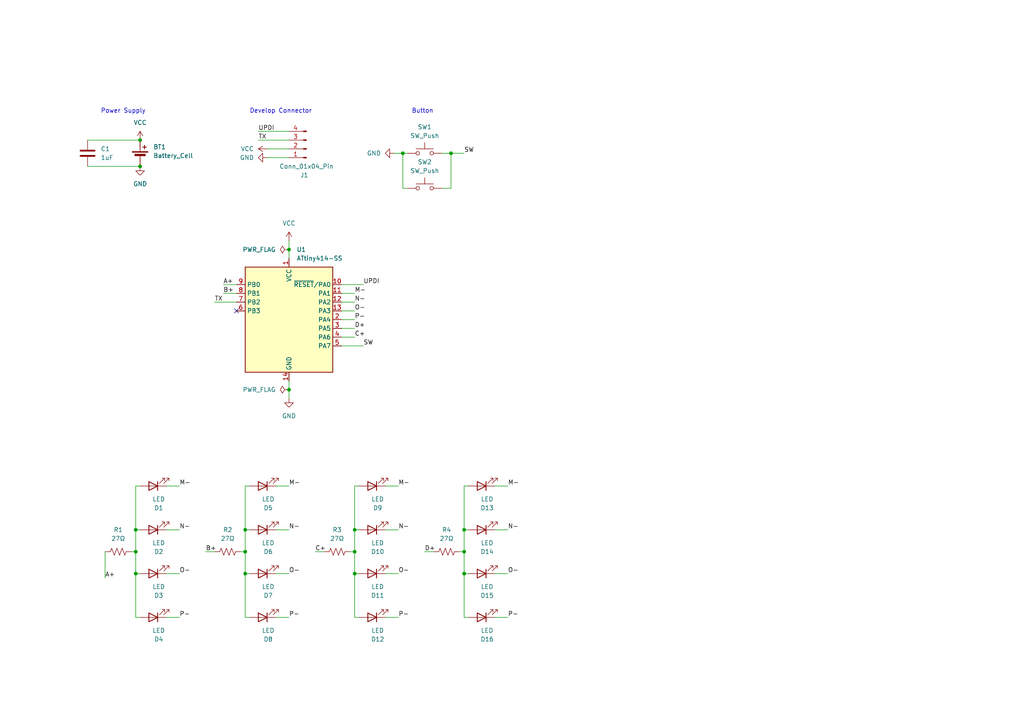
<source format=kicad_sch>
(kicad_sch (version 20230121) (generator eeschema)
  (paper "A4")
  (lib_symbols
    (symbol "Connector:Conn_01x04_Pin" (pin_names (offset 1.016) hide)
      (property "Reference" "J" (at 0 5.08 0))
      (property "Value" "Conn_01x04_Pin" (at 0 -7.62 0))
      (symbol "Conn_01x04_Pin_1_1"
        (polyline (pts (xy 1.27 -5.08) (xy 0.8636 -5.08)) (stroke (width 0.1524)))
        (polyline (pts (xy 1.27 -2.54) (xy 0.8636 -2.54)) (stroke (width 0.1524)))
        (polyline (pts (xy 1.27 0) (xy 0.8636 0)) (stroke (width 0.1524)))
        (polyline (pts (xy 1.27 2.54) (xy 0.8636 2.54)) (stroke (width 0.1524)))
        (rectangle (start 0.8636 -4.953) (end 0 -5.207) (stroke (width 0.1524)) (fill (type outline)))
        (rectangle (start 0.8636 -2.413) (end 0 -2.667) (stroke (width 0.1524)) (fill (type outline)))
        (rectangle (start 0.8636 0.127) (end 0 -0.127) (stroke (width 0.1524)) (fill (type outline)))
        (rectangle (start 0.8636 2.667) (end 0 2.413) (stroke (width 0.1524)) (fill (type outline)))
        (pin passive line (at 5.08 2.54 180) (length 3.81) (name "Pin_1") (number "1"))
        (pin passive line (at 5.08 0 180) (length 3.81) (name "Pin_2") (number "2"))
        (pin passive line (at 5.08 -2.54 180) (length 3.81) (name "Pin_3") (number "3"))
        (pin passive line (at 5.08 -5.08 180) (length 3.81) (name "Pin_4") (number "4"))
      )
    )
    (symbol "Device:Battery_Cell" (pin_numbers hide) (pin_names (offset 0) hide)
      (property "Reference" "BT" (at 2.54 2.54 0))
      (property "Value" "Battery_Cell" (at 2.54 0 0))
      (symbol "Battery_Cell_0_1"
        (rectangle (start -2.286 1.778) (end 2.286 1.524) (fill (type outline)))
        (rectangle (start -1.524 1.016) (end 1.524 0.508) (fill (type outline)))
        (polyline (pts (xy 0 0.762) (xy 0 0)))
        (polyline (pts (xy 0 1.778) (xy 0 2.54)))
        (polyline (pts (xy 0.762 3.048) (xy 1.778 3.048)) (stroke (width 0.254)))
        (polyline (pts (xy 1.27 3.556) (xy 1.27 2.54)) (stroke (width 0.254)))
      )
      (symbol "Battery_Cell_1_1"
        (pin passive line (at 0 5.08 270) (length 2.54) (name "+") (number "1"))
        (pin passive line (at 0 -2.54 90) (length 2.54) (name "-") (number "2"))
      )
    )
    (symbol "Device:C" (pin_numbers hide) (pin_names (offset 0.254))
      (property "Reference" "C" (at 0.635 2.54 0))
      (property "Value" "C" (at 0.635 -2.54 0))
      (symbol "C_0_1"
        (polyline (pts (xy -2.032 -0.762) (xy 2.032 -0.762)) (stroke (width 0.508)))
        (polyline (pts (xy -2.032 0.762) (xy 2.032 0.762)) (stroke (width 0.508)))
      )
      (symbol "C_1_1"
        (pin passive line (at 0 3.81 270) (length 2.794) (name "~") (number "1"))
        (pin passive line (at 0 -3.81 90) (length 2.794) (name "~") (number "2"))
      )
    )
    (symbol "Device:LED" (pin_numbers hide) (pin_names (offset 1.016) hide)
      (property "Reference" "D" (at 0 2.54 0))
      (property "Value" "LED" (at 0 -2.54 0))
      (symbol "LED_0_1"
        (polyline (pts (xy -1.27 -1.27) (xy -1.27 1.27)) (stroke (width 0.254)))
        (polyline (pts (xy -1.27 0) (xy 1.27 0)))
        (polyline (pts (xy 1.27 -1.27) (xy 1.27 1.27) (xy -1.27 0) (xy 1.27 -1.27)) (stroke (width 0.254)))
        (polyline (pts (xy -3.048 -0.762) (xy -4.572 -2.286) (xy -3.81 -2.286) (xy -4.572 -2.286) (xy -4.572 -1.524)))
        (polyline (pts (xy -1.778 -0.762) (xy -3.302 -2.286) (xy -2.54 -2.286) (xy -3.302 -2.286) (xy -3.302 -1.524)))
      )
      (symbol "LED_1_1"
        (pin passive line (at -3.81 0 0) (length 2.54) (name "K") (number "1"))
        (pin passive line (at 3.81 0 180) (length 2.54) (name "A") (number "2"))
      )
    )
    (symbol "Device:R_US" (pin_numbers hide) (pin_names (offset 0))
      (property "Reference" "R" (at 2.54 0 90))
      (property "Value" "R_US" (at -2.54 0 90))
      (symbol "R_US_0_1"
        (polyline (pts (xy 0 -2.286) (xy 0 -2.54)))
        (polyline (pts (xy 0 2.286) (xy 0 2.54)))
        (polyline (pts (xy 0 -0.762) (xy 1.016 -1.143) (xy 0 -1.524) (xy -1.016 -1.905) (xy 0 -2.286)))
        (polyline (pts (xy 0 0.762) (xy 1.016 0.381) (xy 0 0) (xy -1.016 -0.381) (xy 0 -0.762)))
        (polyline (pts (xy 0 2.286) (xy 1.016 1.905) (xy 0 1.524) (xy -1.016 1.143) (xy 0 0.762)))
      )
      (symbol "R_US_1_1"
        (pin passive line (at 0 3.81 270) (length 1.27) (name "~") (number "1"))
        (pin passive line (at 0 -3.81 90) (length 1.27) (name "~") (number "2"))
      )
    )
    (symbol "MCU_Microchip_ATtiny:ATtiny414-SS"
      (property "Reference" "U" (at -12.7 16.51 0))
      (property "Value" "ATtiny414-SS" (at 2.54 -16.51 0))
      (symbol "ATtiny414-SS_0_1"
        (rectangle (start -12.7 -15.24) (end 12.7 15.24) (stroke (width 0.254)) (fill (type background)))
      )
      (symbol "ATtiny414-SS_1_1"
        (pin power_in line (at 0 17.78 270) (length 2.54) (name "VCC") (number "1"))
        (pin bidirectional line (at 15.24 10.16 180) (length 2.54) (name "~{RESET}/PA0") (number "10"))
        (pin bidirectional line (at 15.24 7.62 180) (length 2.54) (name "PA1") (number "11"))
        (pin bidirectional line (at 15.24 5.08 180) (length 2.54) (name "PA2") (number "12"))
        (pin bidirectional line (at 15.24 2.54 180) (length 2.54) (name "PA3") (number "13"))
        (pin power_in line (at 0 -17.78 90) (length 2.54) (name "GND") (number "14"))
        (pin bidirectional line (at 15.24 0 180) (length 2.54) (name "PA4") (number "2"))
        (pin bidirectional line (at 15.24 -2.54 180) (length 2.54) (name "PA5") (number "3"))
        (pin bidirectional line (at 15.24 -5.08 180) (length 2.54) (name "PA6") (number "4"))
        (pin bidirectional line (at 15.24 -7.62 180) (length 2.54) (name "PA7") (number "5"))
        (pin bidirectional line (at -15.24 2.54 0) (length 2.54) (name "PB3") (number "6"))
        (pin bidirectional line (at -15.24 5.08 0) (length 2.54) (name "PB2") (number "7"))
        (pin bidirectional line (at -15.24 7.62 0) (length 2.54) (name "PB1") (number "8"))
        (pin bidirectional line (at -15.24 10.16 0) (length 2.54) (name "PB0") (number "9"))
      )
    )
    (symbol "Switch:SW_Push" (pin_numbers hide) (pin_names (offset 1.016) hide)
      (property "Reference" "SW" (at 1.27 2.54 0))
      (property "Value" "SW_Push" (at 0 -1.524 0))
      (symbol "SW_Push_0_1"
        (circle (center -2.032 0) (radius 0.508))
        (polyline (pts (xy 0 1.27) (xy 0 3.048)))
        (polyline (pts (xy 2.54 1.27) (xy -2.54 1.27)))
        (circle (center 2.032 0) (radius 0.508))
        (pin passive line (at -5.08 0 0) (length 2.54) (name "1") (number "1"))
        (pin passive line (at 5.08 0 180) (length 2.54) (name "2") (number "2"))
      )
    )
    (symbol "power:GND" (power) (pin_names (offset 0))
      (property "Value" "GND" (at 0 -3.81 0))
      (symbol "GND_0_1"
        (polyline (pts (xy 0 0) (xy 0 -1.27) (xy 1.27 -1.27) (xy 0 -2.54) (xy -1.27 -1.27) (xy 0 -1.27)))
      )
      (symbol "GND_1_1"
        (pin power_in line (at 0 0 270) (length 0) hide (name "GND") (number "1"))
      )
    )
    (symbol "power:PWR_FLAG" (power) (pin_numbers hide) (pin_names (offset 0) hide)
      (property "Value" "PWR_FLAG" (at 0 3.81 0))
      (symbol "PWR_FLAG_0_0"
        (pin power_out line (at 0 0 90) (length 0) (name "pwr") (number "1"))
      )
      (symbol "PWR_FLAG_0_1"
        (polyline (pts (xy 0 0) (xy 0 1.27) (xy -1.016 1.905) (xy 0 2.54) (xy 1.016 1.905) (xy 0 1.27)))
      )
    )
    (symbol "power:VCC" (power) (pin_names (offset 0))
      (property "Value" "VCC" (at 0 3.81 0))
      (symbol "VCC_0_1"
        (polyline (pts (xy -0.762 1.27) (xy 0 2.54)))
        (polyline (pts (xy 0 0) (xy 0 2.54)))
        (polyline (pts (xy 0 2.54) (xy 0.762 1.27)))
      )
      (symbol "VCC_1_1"
        (pin power_in line (at 0 0 90) (length 0) hide (name "VCC") (number "1"))
      )
    )
  )
  (junction (at 102.87 166.37))
  (junction (at 134.62 166.37))
  (junction (at 134.62 153.67))
  (junction (at 116.84 44.45))
  (junction (at 130.81 44.45))
  (junction (at 71.12 153.67))
  (junction (at 39.37 160.02))
  (junction (at 71.12 160.02))
  (junction (at 134.62 160.02))
  (junction (at 83.82 72.39))
  (junction (at 102.87 160.02))
  (junction (at 40.64 48.26))
  (junction (at 39.37 153.67))
  (junction (at 83.82 113.03))
  (junction (at 102.87 153.67))
  (junction (at 39.37 166.37))
  (junction (at 40.64 40.64))
  (junction (at 71.12 166.37))
  (no_connect (at 68.58 90.17))
  (wire (pts (xy 143.51 166.37) (xy 147.32 166.37)))
  (wire (pts (xy 91.44 160.02) (xy 93.98 160.02)))
  (wire (pts (xy 102.87 160.02) (xy 102.87 166.37)))
  (wire (pts (xy 105.41 100.33) (xy 99.06 100.33)))
  (wire (pts (xy 59.69 160.02) (xy 62.23 160.02)))
  (wire (pts (xy 39.37 153.67) (xy 40.64 153.67)))
  (wire (pts (xy 64.77 82.55) (xy 68.58 82.55)))
  (wire (pts (xy 102.87 179.07) (xy 104.14 179.07)))
  (wire (pts (xy 102.87 166.37) (xy 104.14 166.37)))
  (wire (pts (xy 111.76 179.07) (xy 115.57 179.07)))
  (wire (pts (xy 111.76 153.67) (xy 115.57 153.67)))
  (wire (pts (xy 134.62 166.37) (xy 135.89 166.37)))
  (wire (pts (xy 102.87 87.63) (xy 99.06 87.63)))
  (wire (pts (xy 102.87 92.71) (xy 99.06 92.71)))
  (wire (pts (xy 71.12 160.02) (xy 71.12 166.37)))
  (wire (pts (xy 39.37 179.07) (xy 40.64 179.07)))
  (wire (pts (xy 64.77 85.09) (xy 68.58 85.09)))
  (wire (pts (xy 71.12 160.02) (xy 69.85 160.02)))
  (wire (pts (xy 114.3 44.45) (xy 116.84 44.45)))
  (wire (pts (xy 77.47 45.72) (xy 83.82 45.72)))
  (wire (pts (xy 102.87 140.97) (xy 104.14 140.97)))
  (wire (pts (xy 48.26 153.67) (xy 52.07 153.67)))
  (wire (pts (xy 71.12 166.37) (xy 72.39 166.37)))
  (wire (pts (xy 62.23 87.63) (xy 68.58 87.63)))
  (wire (pts (xy 118.11 54.61) (xy 116.84 54.61)))
  (wire (pts (xy 80.01 153.67) (xy 83.82 153.67)))
  (wire (pts (xy 71.12 179.07) (xy 72.39 179.07)))
  (wire (pts (xy 123.19 160.02) (xy 125.73 160.02)))
  (wire (pts (xy 48.26 140.97) (xy 52.07 140.97)))
  (wire (pts (xy 39.37 166.37) (xy 39.37 179.07)))
  (wire (pts (xy 71.12 166.37) (xy 71.12 179.07)))
  (wire (pts (xy 130.81 44.45) (xy 128.27 44.45)))
  (wire (pts (xy 102.87 153.67) (xy 104.14 153.67)))
  (wire (pts (xy 116.84 54.61) (xy 116.84 44.45)))
  (wire (pts (xy 102.87 90.17) (xy 99.06 90.17)))
  (wire (pts (xy 143.51 140.97) (xy 147.32 140.97)))
  (wire (pts (xy 25.4 48.26) (xy 40.64 48.26)))
  (wire (pts (xy 134.62 140.97) (xy 135.89 140.97)))
  (wire (pts (xy 39.37 160.02) (xy 39.37 153.67)))
  (wire (pts (xy 74.93 38.1) (xy 83.82 38.1)))
  (wire (pts (xy 39.37 140.97) (xy 40.64 140.97)))
  (wire (pts (xy 39.37 153.67) (xy 39.37 140.97)))
  (wire (pts (xy 102.87 160.02) (xy 102.87 153.67)))
  (wire (pts (xy 83.82 115.57) (xy 83.82 113.03)))
  (wire (pts (xy 128.27 54.61) (xy 130.81 54.61)))
  (wire (pts (xy 134.62 153.67) (xy 134.62 140.97)))
  (wire (pts (xy 102.87 166.37) (xy 102.87 179.07)))
  (wire (pts (xy 143.51 179.07) (xy 147.32 179.07)))
  (wire (pts (xy 39.37 166.37) (xy 40.64 166.37)))
  (wire (pts (xy 102.87 160.02) (xy 101.6 160.02)))
  (wire (pts (xy 83.82 113.03) (xy 83.82 110.49)))
  (wire (pts (xy 134.62 160.02) (xy 134.62 153.67)))
  (wire (pts (xy 80.01 166.37) (xy 83.82 166.37)))
  (wire (pts (xy 25.4 40.64) (xy 40.64 40.64)))
  (wire (pts (xy 143.51 153.67) (xy 147.32 153.67)))
  (wire (pts (xy 134.62 160.02) (xy 133.35 160.02)))
  (wire (pts (xy 134.62 153.67) (xy 135.89 153.67)))
  (wire (pts (xy 48.26 179.07) (xy 52.07 179.07)))
  (wire (pts (xy 99.06 95.25) (xy 102.87 95.25)))
  (wire (pts (xy 48.26 166.37) (xy 52.07 166.37)))
  (wire (pts (xy 111.76 140.97) (xy 115.57 140.97)))
  (wire (pts (xy 80.01 179.07) (xy 83.82 179.07)))
  (wire (pts (xy 83.82 72.39) (xy 83.82 74.93)))
  (wire (pts (xy 83.82 69.85) (xy 83.82 72.39)))
  (wire (pts (xy 99.06 97.79) (xy 102.87 97.79)))
  (wire (pts (xy 80.01 140.97) (xy 83.82 140.97)))
  (wire (pts (xy 71.12 160.02) (xy 71.12 153.67)))
  (wire (pts (xy 134.62 160.02) (xy 134.62 166.37)))
  (wire (pts (xy 111.76 166.37) (xy 115.57 166.37)))
  (wire (pts (xy 116.84 44.45) (xy 118.11 44.45)))
  (wire (pts (xy 105.41 82.55) (xy 99.06 82.55)))
  (wire (pts (xy 130.81 54.61) (xy 130.81 44.45)))
  (wire (pts (xy 134.62 44.45) (xy 130.81 44.45)))
  (wire (pts (xy 39.37 160.02) (xy 39.37 166.37)))
  (wire (pts (xy 30.48 160.02) (xy 30.48 167.64)))
  (wire (pts (xy 39.37 160.02) (xy 38.1 160.02)))
  (wire (pts (xy 134.62 166.37) (xy 134.62 179.07)))
  (wire (pts (xy 102.87 153.67) (xy 102.87 140.97)))
  (wire (pts (xy 134.62 179.07) (xy 135.89 179.07)))
  (wire (pts (xy 71.12 153.67) (xy 71.12 140.97)))
  (wire (pts (xy 77.47 43.18) (xy 83.82 43.18)))
  (wire (pts (xy 71.12 153.67) (xy 72.39 153.67)))
  (wire (pts (xy 71.12 140.97) (xy 72.39 140.97)))
  (wire (pts (xy 74.93 40.64) (xy 83.82 40.64)))
  (wire (pts (xy 102.87 85.09) (xy 99.06 85.09)))
  (text "Develop Connector" (at 72.39 33.02 0) (effects (font (size 1.27 1.27)) (justify left bottom)))
  (text "Power Supply" (at 29.21 33.02 0) (effects (font (size 1.27 1.27)) (justify left bottom)))
  (text "Button" (at 119.38 33.02 0) (effects (font (size 1.27 1.27)) (justify left bottom)))
  (label "P-" (at 115.57 179.07 0))
  (label "UPDI" (at 105.41 82.55 0))
  (label "N-" (at 147.32 153.67 0))
  (label "A+" (at 30.48 167.64 0))
  (label "P-" (at 52.07 179.07 0))
  (label "C+" (at 91.44 160.02 0))
  (label "D+" (at 123.19 160.02 0))
  (label "O-" (at 115.57 166.37 0))
  (label "N-" (at 102.87 87.63 0))
  (label "P-" (at 102.87 92.71 0))
  (label "O-" (at 52.07 166.37 0))
  (label "M-" (at 147.32 140.97 0))
  (label "B+" (at 59.69 160.02 0))
  (label "M-" (at 102.87 85.09 0))
  (label "O-" (at 83.82 166.37 0))
  (label "M-" (at 83.82 140.97 0))
  (label "C+" (at 102.87 97.79 0))
  (label "TX" (at 62.23 87.63 0))
  (label "N-" (at 115.57 153.67 0))
  (label "SW" (at 105.41 100.33 0))
  (label "M-" (at 115.57 140.97 0))
  (label "P-" (at 83.82 179.07 0))
  (label "D+" (at 102.87 95.25 0))
  (label "N-" (at 83.82 153.67 0))
  (label "P-" (at 147.32 179.07 0))
  (label "B+" (at 64.77 85.09 0))
  (label "UPDI" (at 74.93 38.1 0))
  (label "A+" (at 64.77 82.55 0))
  (label "N-" (at 52.07 153.67 0))
  (label "SW" (at 134.62 44.45 0))
  (label "TX" (at 74.93 40.64 0))
  (label "O-" (at 102.87 90.17 0))
  (label "M-" (at 52.07 140.97 0))
  (label "O-" (at 147.32 166.37 0))
  (symbol (lib_id "Device:R_US") (at 66.04 160.02 90) (unit 1)
    (property "Reference" "R2" (at 66.04 153.67 90))
    (property "Value" "27Ω" (at 66.04 156.21 90))
    (property "Footprint" "Resistor_SMD:R_0805_2012Metric" (effects hide))
  )
  (symbol (lib_id "Connector:Conn_01x04_Pin") (at 88.9 43.18 180) (unit 1)
    (property "Reference" "J1" (at 88.265 50.8 0))
    (property "Value" "Conn_01x04_Pin" (at 88.9 48.26 0))
    (property "Footprint" "Connector_PinHeader_2.54mm:PinHeader_1x04_P2.54mm_Vertical" (effects hide))
  )
  (symbol (lib_id "Device:LED") (at 107.95 179.07 180) (unit 1)
    (property "Reference" "D12" (at 109.5375 185.42 0))
    (property "Value" "LED" (at 109.5375 182.88 0))
    (property "Footprint" "LED_SMD:LED_0805_2012Metric" (effects hide))
  )
  (symbol (lib_id "Device:LED") (at 139.7 179.07 180) (unit 1)
    (property "Reference" "D16" (at 141.2875 185.42 0))
    (property "Value" "LED" (at 141.2875 182.88 0))
    (property "Footprint" "LED_SMD:LED_0805_2012Metric" (effects hide))
  )
  (symbol (lib_id "Device:C") (at 25.4 44.45 0) (unit 1)
    (property "Reference" "C1" (at 29.21 43.18 0) (effects (justify left)))
    (property "Value" "1uF" (at 29.21 45.72 0) (effects (justify left)))
    (property "Footprint" "Capacitor_SMD:C_0805_2012Metric" (effects hide))
  )
  (symbol (lib_id "power:GND") (at 77.47 45.72 270) (unit 1)
    (property "Reference" "#PWR03" (effects hide))
    (property "Value" "GND" (at 73.66 45.72 90) (effects (justify right)))
  )
  (symbol (lib_id "power:VCC") (at 83.82 69.85 0) (unit 1)
    (property "Reference" "#PWR05" (effects hide))
    (property "Value" "VCC" (at 83.82 64.77 0))
  )
  (symbol (lib_id "Device:LED") (at 139.7 140.97 180) (unit 1)
    (property "Reference" "D13" (at 141.2875 147.32 0))
    (property "Value" "LED" (at 141.2875 144.78 0))
    (property "Footprint" "LED_SMD:LED_0805_2012Metric" (effects hide))
  )
  (symbol (lib_id "power:PWR_FLAG") (at 83.82 72.39 90) (unit 1)
    (property "Reference" "#FLG01" (effects hide))
    (property "Value" "PWR_FLAG" (at 80.01 72.39 90) (effects (justify left)))
  )
  (symbol (lib_id "Device:LED") (at 76.2 140.97 180) (unit 1)
    (property "Reference" "D5" (at 77.7875 147.32 0))
    (property "Value" "LED" (at 77.7875 144.78 0))
    (property "Footprint" "LED_SMD:LED_0805_2012Metric" (effects hide))
  )
  (symbol (lib_id "Switch:SW_Push") (at 123.19 54.61 0) (unit 1)
    (property "Reference" "SW2" (at 123.19 46.99 0))
    (property "Value" "SW_Push" (at 123.19 49.53 0))
    (property "Footprint" "MyLib:FSM2JSMAATR" (effects hide))
  )
  (symbol (lib_id "Device:LED") (at 44.45 140.97 180) (unit 1)
    (property "Reference" "D1" (at 46.0375 147.32 0))
    (property "Value" "LED" (at 46.0375 144.78 0))
    (property "Footprint" "LED_SMD:LED_0805_2012Metric" (effects hide))
  )
  (symbol (lib_id "power:VCC") (at 77.47 43.18 90) (unit 1)
    (property "Reference" "#PWR04" (effects hide))
    (property "Value" "VCC" (at 73.66 43.18 90) (effects (justify left)))
  )
  (symbol (lib_id "Device:LED") (at 76.2 179.07 180) (unit 1)
    (property "Reference" "D8" (at 77.7875 185.42 0))
    (property "Value" "LED" (at 77.7875 182.88 0))
    (property "Footprint" "LED_SMD:LED_0805_2012Metric" (effects hide))
  )
  (symbol (lib_id "Device:LED") (at 107.95 153.67 180) (unit 1)
    (property "Reference" "D10" (at 109.5375 160.02 0))
    (property "Value" "LED" (at 109.5375 157.48 0))
    (property "Footprint" "LED_SMD:LED_0805_2012Metric" (effects hide))
  )
  (symbol (lib_id "Device:LED") (at 107.95 140.97 180) (unit 1)
    (property "Reference" "D9" (at 109.5375 147.32 0))
    (property "Value" "LED" (at 109.5375 144.78 0))
    (property "Footprint" "LED_SMD:LED_0805_2012Metric" (effects hide))
  )
  (symbol (lib_id "Device:LED") (at 76.2 153.67 180) (unit 1)
    (property "Reference" "D6" (at 77.7875 160.02 0))
    (property "Value" "LED" (at 77.7875 157.48 0))
    (property "Footprint" "LED_SMD:LED_0805_2012Metric" (effects hide))
  )
  (symbol (lib_id "power:GND") (at 83.82 115.57 0) (unit 1)
    (property "Reference" "#PWR02" (effects hide))
    (property "Value" "GND" (at 83.82 120.65 0))
  )
  (symbol (lib_id "Device:LED") (at 107.95 166.37 180) (unit 1)
    (property "Reference" "D11" (at 109.5375 172.72 0))
    (property "Value" "LED" (at 109.5375 170.18 0))
    (property "Footprint" "LED_SMD:LED_0805_2012Metric" (effects hide))
  )
  (symbol (lib_id "Device:R_US") (at 34.29 160.02 90) (unit 1)
    (property "Reference" "R1" (at 34.29 153.67 90))
    (property "Value" "27Ω" (at 34.29 156.21 90))
    (property "Footprint" "Resistor_SMD:R_0805_2012Metric" (effects hide))
  )
  (symbol (lib_id "power:PWR_FLAG") (at 83.82 113.03 90) (unit 1)
    (property "Reference" "#FLG02" (effects hide))
    (property "Value" "PWR_FLAG" (at 80.01 113.03 90) (effects (justify left)))
  )
  (symbol (lib_id "Device:LED") (at 44.45 153.67 180) (unit 1)
    (property "Reference" "D2" (at 46.0375 160.02 0))
    (property "Value" "LED" (at 46.0375 157.48 0))
    (property "Footprint" "LED_SMD:LED_0805_2012Metric" (effects hide))
  )
  (symbol (lib_id "Device:LED") (at 76.2 166.37 180) (unit 1)
    (property "Reference" "D7" (at 77.7875 172.72 0))
    (property "Value" "LED" (at 77.7875 170.18 0))
    (property "Footprint" "LED_SMD:LED_0805_2012Metric" (effects hide))
  )
  (symbol (lib_id "Device:LED") (at 139.7 166.37 180) (unit 1)
    (property "Reference" "D15" (at 141.2875 172.72 0))
    (property "Value" "LED" (at 141.2875 170.18 0))
    (property "Footprint" "LED_SMD:LED_0805_2012Metric" (effects hide))
  )
  (symbol (lib_id "Device:Battery_Cell") (at 40.64 45.72 0) (unit 1)
    (property "Reference" "BT1" (at 44.45 42.6085 0) (effects (justify left)))
    (property "Value" "Battery_Cell" (at 44.45 45.1485 0) (effects (justify left)))
    (property "Footprint" "MyLib:BAT-HLD-001" (effects hide))
  )
  (symbol (lib_id "Switch:SW_Push") (at 123.19 44.45 0) (unit 1)
    (property "Reference" "SW1" (at 123.19 36.83 0))
    (property "Value" "SW_Push" (at 123.19 39.37 0))
    (property "Footprint" "MyLib:PTS526 SM15 SMTR2 LFS" (effects hide))
  )
  (symbol (lib_id "Device:R_US") (at 97.79 160.02 90) (unit 1)
    (property "Reference" "R3" (at 97.79 153.67 90))
    (property "Value" "27Ω" (at 97.79 156.21 90))
    (property "Footprint" "Resistor_SMD:R_0805_2012Metric" (effects hide))
  )
  (symbol (lib_id "power:GND") (at 40.64 48.26 0) (unit 1)
    (property "Reference" "#PWR06" (effects hide))
    (property "Value" "GND" (at 40.64 53.34 0))
  )
  (symbol (lib_id "Device:R_US") (at 129.54 160.02 90) (unit 1)
    (property "Reference" "R4" (at 129.54 153.67 90))
    (property "Value" "27Ω" (at 129.54 156.21 90))
    (property "Footprint" "Resistor_SMD:R_0805_2012Metric" (effects hide))
  )
  (symbol (lib_id "Device:LED") (at 139.7 153.67 180) (unit 1)
    (property "Reference" "D14" (at 141.2875 160.02 0))
    (property "Value" "LED" (at 141.2875 157.48 0))
    (property "Footprint" "LED_SMD:LED_0805_2012Metric" (effects hide))
  )
  (symbol (lib_id "Device:LED") (at 44.45 179.07 180) (unit 1)
    (property "Reference" "D4" (at 46.0375 185.42 0))
    (property "Value" "LED" (at 46.0375 182.88 0))
    (property "Footprint" "LED_SMD:LED_0805_2012Metric" (effects hide))
  )
  (symbol (lib_id "MCU_Microchip_ATtiny:ATtiny414-SS") (at 83.82 92.71 0) (unit 1)
    (property "Reference" "U1" (at 86.0141 72.39 0) (effects (justify left)))
    (property "Value" "ATtiny414-SS" (at 86.0141 74.93 0) (effects (justify left)))
    (property "Footprint" "Package_SO:SOIC-14_3.9x8.7mm_P1.27mm" (effects hide))
    (property "Datasheet" "http://ww1.microchip.com/downloads/en/DeviceDoc/40001912A.pdf" (effects hide))
  )
  (symbol (lib_id "Device:LED") (at 44.45 166.37 180) (unit 1)
    (property "Reference" "D3" (at 46.0375 172.72 0))
    (property "Value" "LED" (at 46.0375 170.18 0))
    (property "Footprint" "LED_SMD:LED_0805_2012Metric" (effects hide))
  )
  (symbol (lib_id "power:GND") (at 114.3 44.45 270) (unit 1)
    (property "Reference" "#PWR07" (effects hide))
    (property "Value" "GND" (at 110.49 44.45 90) (effects (justify right)))
  )
  (symbol (lib_id "power:VCC") (at 40.64 40.64 0) (unit 1)
    (property "Reference" "#PWR01" (effects hide))
    (property "Value" "VCC" (at 40.64 35.56 0))
  )
)
</source>
